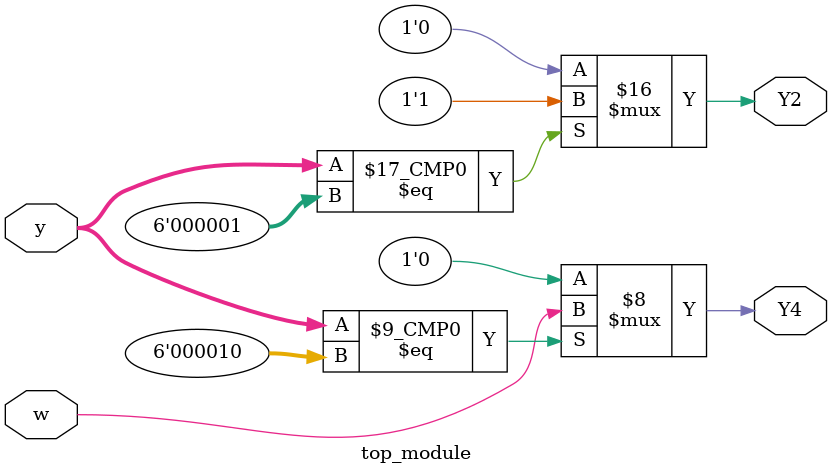
<source format=sv>
module top_module (
    input [6:1] y,
    input w,
    output Y2,
    output Y4
);

    // Next-state logic for Y2
    always @(y or w)
    begin
        case (y)
            6'b000001: Y2 = 1'b1;
            6'b000010: Y2 = 1'b0;
            6'b000100: Y2 = 1'b0;
            6'b001000: Y2 = 1'b0;
            6'b010000: Y2 = 1'b0;
            6'b100000: Y2 = 1'b0;
            default: Y2 = 1'b0;
        endcase
    end

    // Next-state logic for Y4
    always @(y or w)
    begin
        case (y)
            6'b000001: Y4 = 1'b0;
            6'b000010: Y4 = w;
            6'b000100: Y4 = 1'b0;
            6'b001000: Y4 = 1'b0;
            6'b010000: Y4 = 1'b0;
            6'b100000: Y4 = 1'b0;
            default: Y4 = 1'b0;
        endcase
    end

endmodule

</source>
